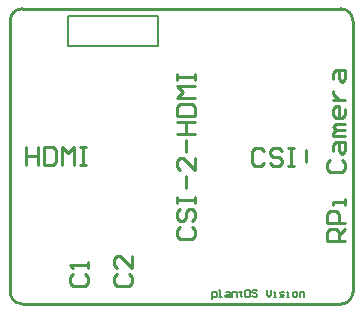
<source format=gto>
G04 Layer_Color=65535*
%FSLAX25Y25*%
%MOIN*%
G70*
G01*
G75*
%ADD16C,0.00965*%
%ADD17C,0.01000*%
%ADD25C,0.00787*%
%ADD26C,0.00512*%
D16*
X358268Y204724D02*
G03*
X362205Y208661I0J3937D01*
G01*
X248031D02*
G03*
X251969Y204724I3937J0D01*
G01*
X251969Y303150D02*
G03*
X248031Y299213I0J-3937D01*
G01*
X362205Y299213D02*
G03*
X358268Y303150I-3937J0D01*
G01*
D17*
X247992Y251969D02*
Y255906D01*
X346457Y251969D02*
Y255906D01*
X253150Y257179D02*
Y251181D01*
Y254180D01*
X257148D01*
Y257179D01*
Y251181D01*
X259148Y257179D02*
Y251181D01*
X262147D01*
X263146Y252181D01*
Y256179D01*
X262147Y257179D01*
X259148D01*
X265146Y251181D02*
Y257179D01*
X267145Y255180D01*
X269144Y257179D01*
Y251181D01*
X271144Y257179D02*
X273143D01*
X272144D01*
Y251181D01*
X271144D01*
X273143D01*
X332739Y255786D02*
X331739Y256785D01*
X329740D01*
X328740Y255786D01*
Y251787D01*
X329740Y250787D01*
X331739D01*
X332739Y251787D01*
X338737Y255786D02*
X337737Y256785D01*
X335738D01*
X334738Y255786D01*
Y254786D01*
X335738Y253786D01*
X337737D01*
X338737Y252787D01*
Y251787D01*
X337737Y250787D01*
X335738D01*
X334738Y251787D01*
X340736Y256785D02*
X342736D01*
X341736D01*
Y250787D01*
X340736D01*
X342736D01*
X283746Y214616D02*
X282746Y213616D01*
Y211617D01*
X283746Y210617D01*
X287745D01*
X288744Y211617D01*
Y213616D01*
X287745Y214616D01*
X288744Y220614D02*
Y216615D01*
X284746Y220614D01*
X283746D01*
X282746Y219614D01*
Y217615D01*
X283746Y216615D01*
X268786Y214616D02*
X267786Y213616D01*
Y211617D01*
X268786Y210617D01*
X272784D01*
X273784Y211617D01*
Y213616D01*
X272784Y214616D01*
X273784Y216615D02*
Y218614D01*
Y217615D01*
X267786D01*
X268786Y216615D01*
X304450Y230377D02*
X303451Y229377D01*
Y227378D01*
X304450Y226378D01*
X308449D01*
X309449Y227378D01*
Y229377D01*
X308449Y230377D01*
X304450Y236375D02*
X303451Y235375D01*
Y233376D01*
X304450Y232376D01*
X305450D01*
X306450Y233376D01*
Y235375D01*
X307450Y236375D01*
X308449D01*
X309449Y235375D01*
Y233376D01*
X308449Y232376D01*
X303451Y238374D02*
Y240373D01*
Y239374D01*
X309449D01*
Y238374D01*
Y240373D01*
X306450Y243372D02*
Y247371D01*
X309449Y253369D02*
Y249371D01*
X305450Y253369D01*
X304450D01*
X303451Y252369D01*
Y250370D01*
X304450Y249371D01*
X306450Y255369D02*
Y259367D01*
X303451Y261367D02*
X309449D01*
X306450D01*
Y265365D01*
X303451D01*
X309449D01*
X303451Y267365D02*
X309449D01*
Y270364D01*
X308449Y271363D01*
X304450D01*
X303451Y270364D01*
Y267365D01*
X309449Y273363D02*
X303451D01*
X305450Y275362D01*
X303451Y277361D01*
X309449D01*
X303451Y279361D02*
Y281360D01*
Y280361D01*
X309449D01*
Y279361D01*
Y281360D01*
X359449Y225591D02*
X353451D01*
Y228590D01*
X354450Y229589D01*
X356450D01*
X357450Y228590D01*
Y225591D01*
Y227590D02*
X359449Y229589D01*
Y231589D02*
X353451D01*
Y234588D01*
X354450Y235587D01*
X356450D01*
X357450Y234588D01*
Y231589D01*
X359449Y237587D02*
Y239586D01*
Y238586D01*
X355450D01*
Y237587D01*
X354450Y252582D02*
X353451Y251582D01*
Y249583D01*
X354450Y248583D01*
X358449D01*
X359449Y249583D01*
Y251582D01*
X358449Y252582D01*
X355450Y255581D02*
Y257580D01*
X356450Y258580D01*
X359449D01*
Y255581D01*
X358449Y254581D01*
X357450Y255581D01*
Y258580D01*
X359449Y260579D02*
X355450D01*
Y261579D01*
X356450Y262579D01*
X359449D01*
X356450D01*
X355450Y263578D01*
X356450Y264578D01*
X359449D01*
Y269576D02*
Y267577D01*
X358449Y266577D01*
X356450D01*
X355450Y267577D01*
Y269576D01*
X356450Y270576D01*
X357450D01*
Y266577D01*
X355450Y272575D02*
X359449D01*
X357450D01*
X356450Y273575D01*
X355450Y274575D01*
Y275574D01*
Y279573D02*
Y281572D01*
X356450Y282572D01*
X359449D01*
Y279573D01*
X358449Y278573D01*
X357450Y279573D01*
Y282572D01*
X248031Y208661D02*
Y299213D01*
X251969Y303150D02*
X358268D01*
X251969Y204724D02*
X358268D01*
X362205Y208661D02*
Y299213D01*
D25*
X267441Y290669D02*
X297441D01*
Y300669D01*
X267441D02*
X297441D01*
X267441Y290669D02*
Y300669D01*
D26*
X315354Y206299D02*
Y208661D01*
X316535D01*
X316929Y208267D01*
Y207480D01*
X316535Y207087D01*
X315354D01*
X317716D02*
X318503D01*
X318109D01*
Y209448D01*
X317716D01*
X320077Y208661D02*
X320864D01*
X321258Y208267D01*
Y207087D01*
X320077D01*
X319684Y207480D01*
X320077Y207874D01*
X321258D01*
X322045Y207087D02*
Y208661D01*
X323226D01*
X323619Y208267D01*
Y207087D01*
X324800Y209054D02*
Y208661D01*
X324407D01*
X325194D01*
X324800D01*
Y207480D01*
X325194Y207087D01*
X327555Y209448D02*
X326768D01*
X326374Y209054D01*
Y207480D01*
X326768Y207087D01*
X327555D01*
X327949Y207480D01*
Y209054D01*
X327555Y209448D01*
X330310Y209054D02*
X329917Y209448D01*
X329129D01*
X328736Y209054D01*
Y208661D01*
X329129Y208267D01*
X329917D01*
X330310Y207874D01*
Y207480D01*
X329917Y207087D01*
X329129D01*
X328736Y207480D01*
X333459Y209448D02*
Y207874D01*
X334246Y207087D01*
X335033Y207874D01*
Y209448D01*
X335820Y207087D02*
X336607D01*
X336214D01*
Y208661D01*
X335820D01*
X337788Y207087D02*
X338969D01*
X339362Y207480D01*
X338969Y207874D01*
X338182D01*
X337788Y208267D01*
X338182Y208661D01*
X339362D01*
X340149Y207087D02*
X340937D01*
X340543D01*
Y208661D01*
X340149D01*
X342511Y207087D02*
X343298D01*
X343692Y207480D01*
Y208267D01*
X343298Y208661D01*
X342511D01*
X342117Y208267D01*
Y207480D01*
X342511Y207087D01*
X344479D02*
Y208661D01*
X345659D01*
X346053Y208267D01*
Y207087D01*
M02*

</source>
